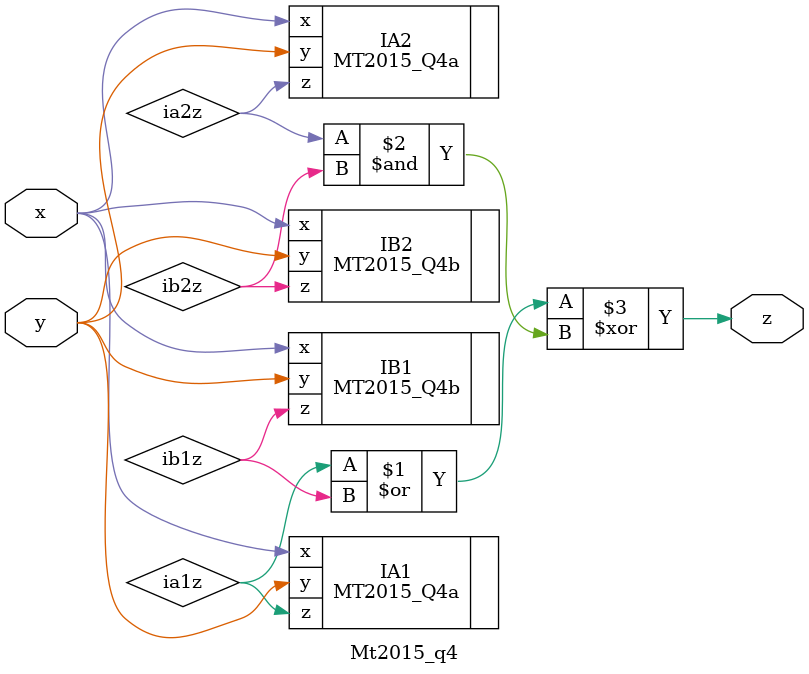
<source format=v>
module Mt2015_q4 (
    input  x,
    input  y,
    output z
);
    wire ia1z;
    wire ia2z;
    wire ib1z;
    wire ib2z;

    MT2015_Q4a IA1 (
        .x(x   ),
        .y(y   ),
        .z(ia1z)
    );

    MT2015_Q4b IB1 (
        .x(x   ),
        .y(y   ),
        .z(ib1z)
    );

    MT2015_Q4a IA2 (
        .x(x   ),
        .y(y   ),
        .z(ia2z)
    );

    MT2015_Q4b IB2 (
        .x(x   ),
        .y(y   ),
        .z(ib2z)
    );

    assign z = (ia1z | ib1z) ^ (ia2z & ib2z);

endmodule

</source>
